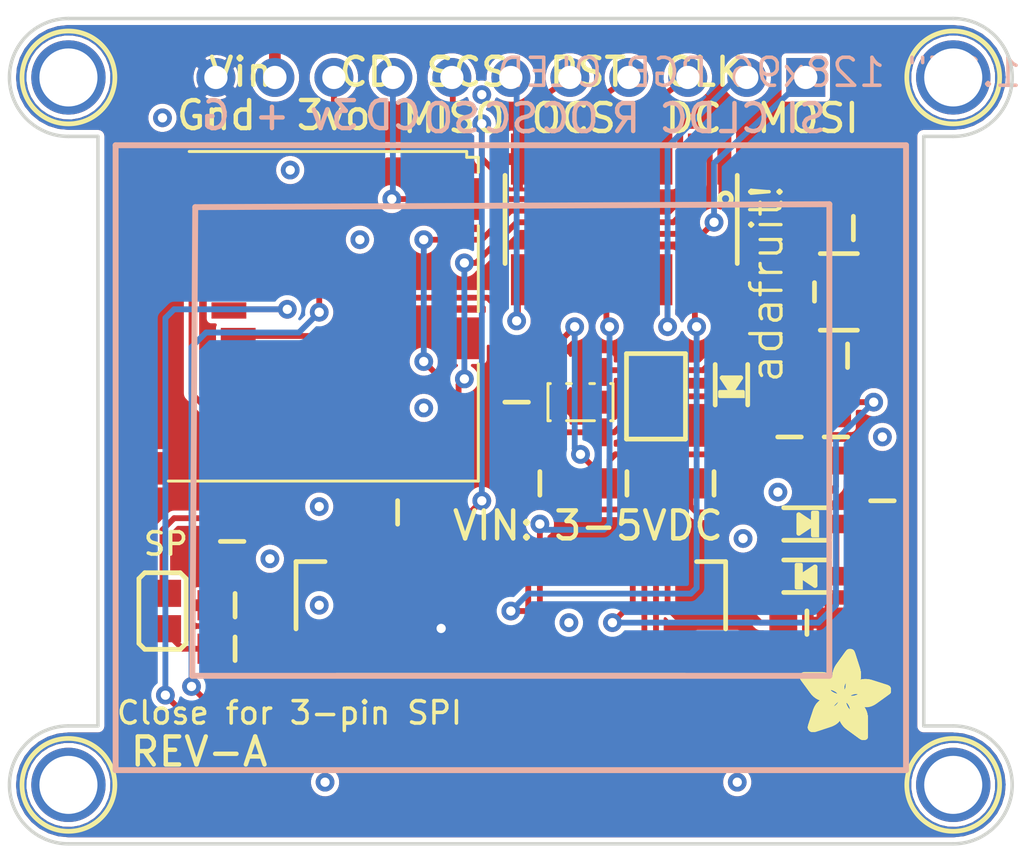
<source format=kicad_pcb>
(kicad_pcb (version 4) (host pcbnew "(2014-08-12 BZR 5064)-product")
  (layers (0 Top signal) (31 Bottom signal) (34 B.Paste user) (35 F.Paste user) (36 B.SilkS user) (37 F.SilkS user) (38 B.Mask user) (39 F.Mask user) (44 Edge.Cuts user))
  (net 0 "")
  (net 1 OLED_BS0)
  (net 2 GND)
  (net 3 IREF)
  (net 4 MOSI/DATA1)
  (net 5 SCK/DATA0)
  (net 6 OLED_CS)
  (net 7 OLED_DC)
  (net 8 OLED_RES)
  (net 9 VCOMH)
  (net 10 N$6)
  (net 11 N$7)
  (net 12 3.3V)
  (net 13 13V)
  (net 14 N$3)
  (net 15 N$5)
  (net 16 N$8)
  (net 17 VIN)
  (net 18 SD_CS)
  (net 19 SD_DOUT)
  (net 20 SD_CD)
  (net 21 N$12)
  (net 22 N$13)
  (net 23 DC)
  (net 24 RESET)
  (net 25 OCS)
  (net 26 SCS)
  (net 27 N$11)
  (module MOUNTINGHOLE_2.5_PLATED (layer Top) (at 167.5511 120.2436)
    (fp_text reference U$23 hide)
    (fp_text value MOUNTINGHOLE2.5 hide)
    (pad P$1 thru_hole circle (at 0 0) (size 3.2 3.2) (drill 2.5) (layers *.Cu *.Mask))
  )
  (module _0805MP (layer Top) (at 143.6261 108.5036)
    (fp_text reference R4 hide)
    (fp_text value 600K hide)
    (pad 1 smd rect (at -1.016 0) (size 1.2 1.3) (layers Top F.Paste F.Mask) (net 2 GND))
    (pad 2 smd rect (at 1.016 0) (size 1.2 1.3) (layers Top F.Paste F.Mask) (net 3 IREF))
  )
  (module _0805MP (layer Top) (at 161.2511 113.2536 180)
    (fp_text reference C1 hide)
    (fp_text value 10uF/16V hide)
    (pad 1 smd rect (at -1.016 0 180) (size 1.2 1.3) (layers Top F.Paste F.Mask) (net 2 GND))
    (pad 2 smd rect (at 1.016 0 180) (size 1.2 1.3) (layers Top F.Paste F.Mask) (net 13 13V))
  )
  (module _0805MP (layer Top) (at 160.5011 105.2536 90)
    (fp_text reference C3 hide)
    (fp_text value 1.0uF hide)
    (pad 1 smd rect (at -1.016 0 90) (size 1.2 1.3) (layers Top F.Paste F.Mask) (net 2 GND))
    (pad 2 smd rect (at 1.016 0 90) (size 1.2 1.3) (layers Top F.Paste F.Mask) (net 12 3.3V))
  )
  (module _0805MP (layer Top) (at 162.5011 105.2536 90)
    (fp_text reference R5 hide)
    (fp_text value 50 hide)
    (pad 1 smd rect (at -1.016 0 90) (size 1.2 1.3) (layers Top F.Paste F.Mask) (net 11 N$7))
    (pad 2 smd rect (at 1.016 0 90) (size 1.2 1.3) (layers Top F.Paste F.Mask) (net 10 N$6))
  )
  (module SOD-323 (layer Top) (at 161.2511 109.0036 180)
    (fp_text reference D1 hide)
    (fp_text value 1N4148 hide)
    (pad C smd rect (at -1.27 0 180) (size 1.35 0.8) (layers Top F.Paste F.Mask) (net 27 N$11))
    (pad A smd rect (at 1.27 0 180) (size 1.35 0.8) (layers Top F.Paste F.Mask) (net 11 N$7))
  )
  (module _0805MP (layer Top) (at 136.6261 112.5036 180)
    (fp_text reference C4 hide)
    (fp_text value 1.0uF hide)
    (pad 1 smd rect (at -1.016 0 180) (size 1.2 1.3) (layers Top F.Paste F.Mask) (net 14 N$3))
    (pad 2 smd rect (at 1.016 0 180) (size 1.2 1.3) (layers Top F.Paste F.Mask) (net 2 GND))
  )
  (module _0805MP (layer Top) (at 136.5011 109.7536 270)
    (fp_text reference C5 hide)
    (fp_text value 10uF hide)
    (pad 1 smd rect (at -1.016 0 270) (size 1.2 1.3) (layers Top F.Paste F.Mask) (net 12 3.3V))
    (pad 2 smd rect (at 1.016 0 270) (size 1.2 1.3) (layers Top F.Paste F.Mask) (net 2 GND))
  )
  (module SOT23-5 (layer Top) (at 162.6261 99.0036 90)
    (fp_text reference U2 hide)
    (fp_text value MIC5225-3.3v hide)
    (pad 1 smd rect (at -0.95 1.3001 90) (size 0.55 1.2) (layers Top F.Paste F.Mask) (net 17 VIN))
    (pad 2 smd rect (at 0 1.3001 90) (size 0.55 1.2) (layers Top F.Paste F.Mask) (net 2 GND))
    (pad 3 smd rect (at 0.95 1.3001 90) (size 0.55 1.2) (layers Top F.Paste F.Mask) (net 17 VIN))
    (pad 4 smd rect (at 0.95 -1.3001 90) (size 0.55 1.2) (layers Top F.Paste F.Mask))
    (pad 5 smd rect (at -0.95 -1.3001 90) (size 0.55 1.2) (layers Top F.Paste F.Mask) (net 12 3.3V))
  )
  (module _0805MP (layer Top) (at 163.2511 96.2536 180)
    (fp_text reference C6 hide)
    (fp_text value 10uF hide)
    (pad 1 smd rect (at -1.016 0 180) (size 1.2 1.3) (layers Top F.Paste F.Mask) (net 17 VIN))
    (pad 2 smd rect (at 1.016 0 180) (size 1.2 1.3) (layers Top F.Paste F.Mask) (net 2 GND))
  )
  (module SOT23-5@1 (layer Top) (at 151.5011 103.7536 180)
    (fp_text reference U3 hide)
    (fp_text value FAN5331SX hide)
    (pad 1 smd rect (at -0.95 1.3001 180) (size 0.55 1.2) (layers Top F.Paste F.Mask) (net 15 N$5))
    (pad 2 smd rect (at 0 1.3001 180) (size 0.55 1.2) (layers Top F.Paste F.Mask) (net 2 GND))
    (pad 3 smd rect (at 0.95 1.3001 180) (size 0.55 1.2) (layers Top F.Paste F.Mask) (net 16 N$8))
    (pad 4 smd rect (at 0.95 -1.3001 180) (size 0.55 1.2) (layers Top F.Paste F.Mask) (net 12 3.3V))
    (pad 5 smd rect (at -0.95 -1.3001 180) (size 0.55 1.2) (layers Top F.Paste F.Mask) (net 12 3.3V))
  )
  (module _0805MP (layer Top) (at 149.7511 107.2536 180)
    (fp_text reference C7 hide)
    (fp_text value 10uF hide)
    (pad 1 smd rect (at -1.016 0 180) (size 1.2 1.3) (layers Top F.Paste F.Mask) (net 12 3.3V))
    (pad 2 smd rect (at 1.016 0 180) (size 1.2 1.3) (layers Top F.Paste F.Mask) (net 2 GND))
  )
  (module INDUCTOR_1007 (layer Top) (at 154.7511 103.5036 90)
    (fp_text reference L1 hide)
    (fp_text value 10uH hide)
    (pad P$1 smd rect (at -1.127 0 90) (size 1.016 2.2) (layers Top F.Paste F.Mask) (net 12 3.3V))
    (pad P$2 smd rect (at 1.127 0 90) (size 1.016 2.2) (layers Top F.Paste F.Mask) (net 15 N$5))
  )
  (module SOD-123 (layer Top) (at 158.0011 103.0036 90)
    (fp_text reference D2 hide)
    (fp_text value BAT54T1G hide)
    (pad C smd rect (at -1.85 0 180) (size 1.4 1.4) (layers Top F.Paste F.Mask) (net 13 13V))
    (pad A smd rect (at 1.85 0 180) (size 1.4 1.4) (layers Top F.Paste F.Mask) (net 15 N$5))
  )
  (module _0805MP (layer Top) (at 153.5011 107.2536)
    (fp_text reference R6 hide)
    (fp_text value 100K hide)
    (pad 1 smd rect (at -1.016 0) (size 1.2 1.3) (layers Top F.Paste F.Mask) (net 16 N$8))
    (pad 2 smd rect (at 1.016 0) (size 1.2 1.3) (layers Top F.Paste F.Mask) (net 13 13V))
  )
  (module _0805MP (layer Top) (at 148.7511 103.7536 90)
    (fp_text reference R7 hide)
    (fp_text value 10K hide)
    (pad 1 smd rect (at -1.016 0 90) (size 1.2 1.3) (layers Top F.Paste F.Mask) (net 2 GND))
    (pad 2 smd rect (at 1.016 0 90) (size 1.2 1.3) (layers Top F.Paste F.Mask) (net 16 N$8))
  )
  (module _0805MP (layer Top) (at 157.2511 107.2536)
    (fp_text reference C8 hide)
    (fp_text value 0.1uF hide)
    (pad 1 smd rect (at -1.016 0) (size 1.2 1.3) (layers Top F.Paste F.Mask) (net 13 13V))
    (pad 2 smd rect (at 1.016 0) (size 1.2 1.3) (layers Top F.Paste F.Mask) (net 16 N$8))
  )
  (module MICROSD (layer Top) (at 147.0011 93.0036 270)
    (fp_text reference CN1 hide)
    (fp_text value microSD hide)
    (pad MT1 smd rect (at 0.4 13.54 270) (size 1.4 1.9) (layers Top F.Paste F.Mask) (net 2 GND))
    (pad MT2 smd rect (at 13.6 14.44 270) (size 1.4 1.9) (layers Top F.Paste F.Mask) (net 2 GND))
    (pad CD1 smd rect (at 2 0.44) (size 1.4 1.8) (layers Top F.Paste F.Mask) (net 20 SD_CD))
    (pad CD2 smd rect (at 8 0.44) (size 1.4 1.8) (layers Top F.Paste F.Mask))
    (pad 8 smd rect (at 1.3 10.64 270) (size 0.7 1.5) (layers Top F.Paste F.Mask))
    (pad 7 smd rect (at 2.4 10.64 270) (size 0.7 1.5) (layers Top F.Paste F.Mask) (net 19 SD_DOUT))
    (pad 6 smd rect (at 3.5 11.04 270) (size 0.7 1.5) (layers Top F.Paste F.Mask) (net 2 GND))
    (pad 5 smd rect (at 4.6 10.64 270) (size 0.7 1.5) (layers Top F.Paste F.Mask) (net 5 SCK/DATA0))
    (pad 4 smd rect (at 5.7 11.04 270) (size 0.7 1.5) (layers Top F.Paste F.Mask) (net 12 3.3V))
    (pad 3 smd rect (at 6.8 10.64 270) (size 0.7 1.5) (layers Top F.Paste F.Mask) (net 4 MOSI/DATA1))
    (pad 2 smd rect (at 7.9 10.24 270) (size 0.7 1.5) (layers Top F.Paste F.Mask) (net 18 SD_CS))
    (pad 1 smd rect (at 9 10.64 270) (size 0.7 1.5) (layers Top F.Paste F.Mask))
  )
  (module _0805MP (layer Top) (at 163.0011 101.7536)
    (fp_text reference C9 hide)
    (fp_text value 10uF hide)
    (pad 1 smd rect (at -1.016 0) (size 1.2 1.3) (layers Top F.Paste F.Mask) (net 12 3.3V))
    (pad 2 smd rect (at 1.016 0) (size 1.2 1.3) (layers Top F.Paste F.Mask) (net 2 GND))
  )
  (module SOLDERJUMPER_REFLOW_NOPASTE (layer Top) (at 133.5011 112.7536 90)
    (fp_text reference SJ1 hide)
    (fp_text value BS0 hide)
    (pad 1 smd rect (at -0.762 0 90) (size 1.1684 1.6002) (layers Top F.Paste F.Mask) (net 1 OLED_BS0))
    (pad 2 smd rect (at 0.762 0 90) (size 1.1684 1.6002) (layers Top F.Paste F.Mask) (net 12 3.3V))
  )
  (module _0805MP (layer Top) (at 136.6261 114.3786 180)
    (fp_text reference R8 hide)
    (fp_text value 10K hide)
    (pad 1 smd rect (at -1.016 0 180) (size 1.2 1.3) (layers Top F.Paste F.Mask) (net 2 GND))
    (pad 2 smd rect (at 1.016 0 180) (size 1.2 1.3) (layers Top F.Paste F.Mask) (net 1 OLED_BS0))
  )
  (module MOUNTINGHOLE_2.5_PLATED (layer Top) (at 129.4511 120.2436)
    (fp_text reference U$22 hide)
    (fp_text value MOUNTINGHOLE2.5 hide)
    (pad P$1 thru_hole circle (at 0 0) (size 3.2 3.2) (drill 2.5) (layers *.Cu *.Mask))
  )
  (module MOUNTINGHOLE_2.5_PLATED (layer Top) (at 167.5511 89.7636)
    (fp_text reference U$24 hide)
    (fp_text value MOUNTINGHOLE2.5 hide)
    (pad P$1 thru_hole circle (at 0 0) (size 3.2 3.2) (drill 2.5) (layers *.Cu *.Mask))
  )
  (module MOUNTINGHOLE_2.5_PLATED (layer Top) (at 129.4511 89.7636)
    (fp_text reference U$25 hide)
    (fp_text value MOUNTINGHOLE2.5 hide)
    (pad P$1 thru_hole circle (at 0 0) (size 3.2 3.2) (drill 2.5) (layers *.Cu *.Mask))
  )
  (module FIDUCIAL_1MM (layer Top) (at 148.7511 120.0036)
    (fp_text reference U$26 hide)
    (fp_text value FIDUCIAL hide)
    (pad 1 smd circle (at 0 0) (size 1 1) (layers Top F.Paste F.Mask))
  )
  (module FIDUCIAL_1MM (layer Top) (at 161.7511 93.5036)
    (fp_text reference U$27 hide)
    (fp_text value FIDUCIAL hide)
    (pad 1 smd circle (at 0 0) (size 1 1) (layers Top F.Paste F.Mask))
  )
  (module FPC_XF2M-3015-1A (layer Top) (at 148.5011 113.2536 180)
    (fp_text reference U1 hide)
    (fp_text value UG-2828GDEDF11 hide)
    (pad SUPP smd rect (at 8.9 -1.27) (size 1.7 1.5) (layers Top F.Paste F.Mask))
    (pad SUPP smd rect (at -8.9 -1.27) (size 1.7 1.5) (layers Top F.Paste F.Mask))
    (pad P$3 smd rect (at 6.25 2.63) (size 0.25 1.1) (layers Top F.Paste F.Mask) (net 2 GND))
    (pad P$1 smd rect (at 7.25 2.63) (size 0.25 1.1) (layers Top F.Paste F.Mask) (net 2 GND))
    (pad P$2 smd rect (at 6.75 2.63) (size 0.25 1.1) (layers Top F.Paste F.Mask))
    (pad P$4 smd rect (at 5.75 2.63) (size 0.25 1.1) (layers Top F.Paste F.Mask) (net 12 3.3V))
    (pad P$5 smd rect (at 5.25 2.63) (size 0.25 1.1) (layers Top F.Paste F.Mask) (net 14 N$3))
    (pad P$6 smd rect (at 4.75 2.63) (size 0.25 1.1) (layers Top F.Paste F.Mask))
    (pad P$7 smd rect (at 4.25 2.63) (size 0.25 1.1) (layers Top F.Paste F.Mask))
    (pad P$8 smd rect (at 3.75 2.63) (size 0.25 1.1) (layers Top F.Paste F.Mask))
    (pad P$9 smd rect (at 3.25 2.63) (size 0.25 1.1) (layers Top F.Paste F.Mask) (net 3 IREF))
    (pad P$10 smd rect (at 2.75 2.63) (size 0.25 1.1) (layers Top F.Paste F.Mask) (net 8 OLED_RES))
    (pad P$11 smd rect (at 2.25 2.63) (size 0.25 1.1) (layers Top F.Paste F.Mask) (net 7 OLED_DC))
    (pad P$12 smd rect (at 1.75 2.63) (size 0.25 1.1) (layers Top F.Paste F.Mask) (net 6 OLED_CS))
    (pad P$13 smd rect (at 1.25 2.63) (size 0.25 1.1) (layers Top F.Paste F.Mask) (net 2 GND))
    (pad P$14 smd rect (at 0.75 2.63) (size 0.25 1.1) (layers Top F.Paste F.Mask) (net 1 OLED_BS0))
    (pad P$15 smd rect (at 0.25 2.63) (size 0.25 1.1) (layers Top F.Paste F.Mask))
    (pad P$16 smd rect (at -0.25 2.63) (size 0.25 1.1) (layers Top F.Paste F.Mask))
    (pad P$17 smd rect (at -0.75 2.63) (size 0.25 1.1) (layers Top F.Paste F.Mask) (net 5 SCK/DATA0))
    (pad P$18 smd rect (at -1.25 2.63) (size 0.25 1.1) (layers Top F.Paste F.Mask) (net 4 MOSI/DATA1))
    (pad P$19 smd rect (at -1.75 2.63) (size 0.25 1.1) (layers Top F.Paste F.Mask))
    (pad P$20 smd rect (at -2.25 2.63) (size 0.25 1.1) (layers Top F.Paste F.Mask))
    (pad P$21 smd rect (at -2.75 2.63) (size 0.25 1.1) (layers Top F.Paste F.Mask))
    (pad P$22 smd rect (at -3.25 2.63) (size 0.25 1.1) (layers Top F.Paste F.Mask))
    (pad P$23 smd rect (at -3.75 2.63) (size 0.25 1.1) (layers Top F.Paste F.Mask))
    (pad P$24 smd rect (at -4.25 2.63) (size 0.25 1.1) (layers Top F.Paste F.Mask))
    (pad P$25 smd rect (at -4.75 2.63) (size 0.25 1.1) (layers Top F.Paste F.Mask))
    (pad P$26 smd rect (at -5.25 2.63) (size 0.25 1.1) (layers Top F.Paste F.Mask) (net 10 N$6))
    (pad P$27 smd rect (at -5.75 2.63) (size 0.25 1.1) (layers Top F.Paste F.Mask) (net 12 3.3V))
    (pad P$28 smd rect (at -6.25 2.63) (size 0.25 1.1) (layers Top F.Paste F.Mask) (net 9 VCOMH))
    (pad P$29 smd rect (at -6.75 2.63) (size 0.25 1.1) (layers Top F.Paste F.Mask) (net 13 13V))
    (pad P$30 smd rect (at -7.25 2.63) (size 0.25 1.1) (layers Top F.Paste F.Mask) (net 2 GND))
  )
  (module SOIC16 (layer Top) (at 153.2511 95.8806 180)
    (fp_text reference U4 hide)
    (fp_text value 74HC4050D hide)
    (pad 2 smd rect (at -3.175 2.6 180) (size 0.6 2.2) (layers Top F.Paste F.Mask) (net 7 OLED_DC))
    (pad 13 smd rect (at -0.635 -2.6 180) (size 0.6 2.2) (layers Top F.Paste F.Mask))
    (pad 1 smd rect (at -4.445 2.6 180) (size 0.6 2.2) (layers Top F.Paste F.Mask) (net 12 3.3V))
    (pad 3 smd rect (at -1.905 2.6 180) (size 0.6 2.2) (layers Top F.Paste F.Mask) (net 23 DC))
    (pad 4 smd rect (at -0.635 2.6 180) (size 0.6 2.2) (layers Top F.Paste F.Mask) (net 8 OLED_RES))
    (pad 14 smd rect (at -1.905 -2.6 180) (size 0.6 2.2) (layers Top F.Paste F.Mask) (net 22 N$13))
    (pad 12 smd rect (at 0.635 -2.6 180) (size 0.6 2.2) (layers Top F.Paste F.Mask) (net 4 MOSI/DATA1))
    (pad 11 smd rect (at 1.905 -2.6 180) (size 0.6 2.2) (layers Top F.Paste F.Mask) (net 21 N$12))
    (pad 6 smd rect (at 1.905 2.6 180) (size 0.6 2.2) (layers Top F.Paste F.Mask) (net 6 OLED_CS))
    (pad 9 smd rect (at 4.445 -2.6 180) (size 0.6 2.2) (layers Top F.Paste F.Mask) (net 26 SCS))
    (pad 5 smd rect (at 0.635 2.6 180) (size 0.6 2.2) (layers Top F.Paste F.Mask) (net 24 RESET))
    (pad 7 smd rect (at 3.175 2.6 180) (size 0.6 2.2) (layers Top F.Paste F.Mask) (net 25 OCS))
    (pad 10 smd rect (at 3.175 -2.6 180) (size 0.6 2.2) (layers Top F.Paste F.Mask) (net 18 SD_CS))
    (pad 8 smd rect (at 4.445 2.6 180) (size 0.6 2.2) (layers Top F.Paste F.Mask) (net 2 GND))
    (pad 15 smd rect (at -3.175 -2.6 180) (size 0.6 2.2) (layers Top F.Paste F.Mask) (net 5 SCK/DATA0))
    (pad 16 smd rect (at -4.445 -2.6 180) (size 0.6 2.2) (layers Top F.Paste F.Mask))
  )
  (module _0805MP (layer Top) (at 164.5011 108.0036 90)
    (fp_text reference C2 hide)
    (fp_text value 10uF/16V hide)
    (pad 1 smd rect (at -1.016 0 90) (size 1.2 1.3) (layers Top F.Paste F.Mask) (net 9 VCOMH))
    (pad 2 smd rect (at 1.016 0 90) (size 1.2 1.3) (layers Top F.Paste F.Mask) (net 2 GND))
  )
  (module SOD-323 (layer Top) (at 161.2511 111.2536)
    (fp_text reference D3 hide)
    (fp_text value 1N4148 hide)
    (pad C smd rect (at -1.27 0) (size 1.35 0.8) (layers Top F.Paste F.Mask) (net 2 GND))
    (pad A smd rect (at 1.27 0) (size 1.35 0.8) (layers Top F.Paste F.Mask) (net 27 N$11))
  )
  (module ADAFRUIT_3.5MM (layer Top) (at 161.0011 118.2536)
    (fp_text reference U$28 hide)
    (fp_text value "" hide)
  )
  (module FIDUCIAL_1MM (layer Top) (at 133.2511 89.2536)
    (fp_text reference U$29 hide)
    (fp_text value FIDUCIAL hide)
    (pad 1 smd circle (at 0 0) (size 1 1) (layers Top F.Paste F.Mask))
  )
  (module 1X11_ROUND (layer Top) (at 148.5011 89.7636 180)
    (fp_text reference JP1 hide)
    (fp_text value "" hide)
    (pad 1 thru_hole rect (at -12.7 0 270) (size 1.6764 1.6764) (drill 1) (layers *.Cu *.Mask) (net 21 N$12))
    (pad 2 thru_hole circle (at -10.16 0 270) (size 1.6764 1.6764) (drill 1) (layers *.Cu *.Mask) (net 22 N$13))
    (pad 3 thru_hole circle (at -7.62 0 270) (size 1.6764 1.6764) (drill 1) (layers *.Cu *.Mask) (net 23 DC))
    (pad 4 thru_hole circle (at -5.08 0 270) (size 1.6764 1.6764) (drill 1) (layers *.Cu *.Mask) (net 24 RESET))
    (pad 5 thru_hole circle (at -2.54 0 270) (size 1.6764 1.6764) (drill 1) (layers *.Cu *.Mask) (net 25 OCS))
    (pad 6 thru_hole circle (at 0 0 270) (size 1.6764 1.6764) (drill 1) (layers *.Cu *.Mask) (net 26 SCS))
    (pad 7 thru_hole circle (at 2.54 0 270) (size 1.6764 1.6764) (drill 1) (layers *.Cu *.Mask) (net 19 SD_DOUT))
    (pad 8 thru_hole circle (at 5.08 0 270) (size 1.6764 1.6764) (drill 1) (layers *.Cu *.Mask) (net 20 SD_CD))
    (pad 9 thru_hole circle (at 7.62 0 270) (size 1.6764 1.6764) (drill 1) (layers *.Cu *.Mask) (net 12 3.3V))
    (pad 10 thru_hole circle (at 10.16 0 270) (size 1.6764 1.6764) (drill 1) (layers *.Cu *.Mask) (net 17 VIN))
    (pad 11 thru_hole circle (at 12.7 0 270) (size 1.6764 1.6764) (drill 1) (layers *.Cu *.Mask) (net 2 GND))
  )
  (gr_line (start 130.7211 117.7036) (end 129.4511 117.7036) (layer Edge.Cuts) (width 0.15))
  (gr_arc (start 129.4511 120.2436) (end 129.4511 122.7836) (angle 180) (layer Edge.Cuts) (width 0.15))
  (gr_line (start 129.4511 122.7836) (end 167.5511 122.7836) (layer Edge.Cuts) (width 0.15))
  (gr_arc (start 167.551 120.2436) (end 167.5511 117.7036) (angle 180) (layer Edge.Cuts) (width 0.15))
  (gr_line (start 167.5511 117.7036) (end 166.2811 117.7036) (layer Edge.Cuts) (width 0.15))
  (gr_line (start 166.2811 117.7036) (end 166.2811 92.3036) (layer Edge.Cuts) (width 0.15))
  (gr_line (start 166.2811 92.3036) (end 167.5511 92.3036) (layer Edge.Cuts) (width 0.15))
  (gr_arc (start 167.5511 89.7636) (end 167.551 92.3036) (angle -180) (layer Edge.Cuts) (width 0.15))
  (gr_line (start 167.5511 87.2236) (end 129.4511 87.2236) (layer Edge.Cuts) (width 0.15))
  (gr_arc (start 129.4511 89.7636) (end 129.4511 87.2236) (angle -180) (layer Edge.Cuts) (width 0.15))
  (gr_line (start 129.4511 92.3036) (end 130.7211 92.3036) (layer Edge.Cuts) (width 0.15))
  (gr_line (start 130.7211 92.3036) (end 130.7211 117.7036) (layer Edge.Cuts) (width 0.15))
  (gr_text SPI (at 132.6031 110.4256) (layer F.SilkS) (effects (font (size 0.9652 0.9652) (thickness 0.1524)) (justify left bottom)))
  (gr_text adafruit! (at 160.3081 103.0176 90) (layer F.SilkS) (effects (font (size 1.35128 1.35128) (thickness 0.14224)) (justify left bottom)))
  (gr_text REV-A (at 132.0241 119.5206) (layer F.SilkS) (effects (font (size 1.2065 1.2065) (thickness 0.1905)) (justify left bottom)))
  (gr_text "Close for 3-pin SPI" (at 131.4411 117.7056) (layer F.SilkS) (effects (font (size 0.9652 0.9652) (thickness 0.1524)) (justify left bottom)))
  (gr_text "VIN: 3-5VDC" (at 145.8901 109.7806) (layer F.SilkS) (effects (font (size 1.2065 1.2065) (thickness 0.1905)) (justify left bottom)))
  (gr_text G (at 135.8011 90.6916) (layer B.SilkS) (effects (font (size 1.2065 1.2065) (thickness 0.1905)) (justify top mirror)))
  (gr_text + (at 138.2141 90.6916) (layer B.SilkS) (effects (font (size 1.2065 1.2065) (thickness 0.1905)) (justify top mirror)))
  (gr_text 3v (at 140.8811 90.6916) (layer B.SilkS) (effects (font (size 1.2065 1.2065) (thickness 0.1905)) (justify top mirror)))
  (gr_text CD (at 143.4211 90.6916) (layer B.SilkS) (effects (font (size 1.2065 1.2065) (thickness 0.1905)) (justify top mirror)))
  (gr_text SO (at 145.9611 90.8186) (layer B.SilkS) (effects (font (size 1.2065 1.2065) (thickness 0.1905)) (justify top mirror)))
  (gr_text SC (at 148.5011 90.8186) (layer B.SilkS) (effects (font (size 1.2065 1.2065) (thickness 0.1905)) (justify top mirror)))
  (gr_text OC (at 151.0411 90.8186) (layer B.SilkS) (effects (font (size 1.2065 1.2065) (thickness 0.1905)) (justify top mirror)))
  (gr_text R (at 153.4541 90.8186) (layer B.SilkS) (effects (font (size 1.2065 1.2065) (thickness 0.1905)) (justify top mirror)))
  (gr_text DC (at 156.1211 90.8186) (layer B.SilkS) (effects (font (size 1.2065 1.2065) (thickness 0.1905)) (justify top mirror)))
  (gr_text CL (at 158.5341 90.8186) (layer B.SilkS) (effects (font (size 1.2065 1.2065) (thickness 0.1905)) (justify top mirror)))
  (gr_text SI (at 161.2011 90.8186) (layer B.SilkS) (effects (font (size 1.2065 1.2065) (thickness 0.1905)) (justify top mirror)))
  (gr_text "1.27\" 128x96 RGB OLED" (at 147.8061 88.8436) (layer B.SilkS) (effects (font (size 1.2065 1.2065) (thickness 0.1524)) (justify right top mirror)))
  (gr_line (start 131.4831 92.6846) (end 131.4831 119.6086) (layer B.SilkS) (width 0.254))
  (gr_line (start 131.4831 119.6086) (end 165.5191 119.6086) (layer B.SilkS) (width 0.254))
  (gr_line (start 165.5191 119.6086) (end 165.5191 92.6846) (layer B.SilkS) (width 0.254))
  (gr_line (start 165.5191 92.6846) (end 131.4831 92.6846) (layer B.SilkS) (width 0.254))
  (gr_line (start 134.9121 95.3516) (end 162.2171 95.2246) (layer B.SilkS) (width 0.254))
  (gr_line (start 162.2171 95.2246) (end 162.2171 115.5446) (layer B.SilkS) (width 0.254))
  (gr_line (start 162.2171 115.5446) (end 134.7851 115.5446) (layer B.SilkS) (width 0.254))
  (gr_line (start 134.7851 115.5446) (end 134.9121 95.3516) (layer B.SilkS) (width 0.254))
  (gr_text Gnd (at 135.8241 90.6916) (layer F.SilkS) (effects (font (size 1.2065 1.2065) (thickness 0.1905)) (justify top)))
  (gr_text Vin (at 138.3411 88.8236) (layer F.SilkS) (effects (font (size 1.2065 1.2065) (thickness 0.1905)) (justify right top)))
  (gr_text 3vo (at 140.8711 90.6876) (layer F.SilkS) (effects (font (size 1.2065 1.2065) (thickness 0.1905)) (justify top)))
  (gr_text CD (at 143.6711 88.8236) (layer F.SilkS) (effects (font (size 1.2065 1.2065) (thickness 0.1905)) (justify right top)))
  (gr_text MISO (at 146.0411 90.8146) (layer F.SilkS) (effects (font (size 1.2065 1.2065) (thickness 0.1905)) (justify top)))
  (gr_text SCS (at 148.5011 88.8236) (layer F.SilkS) (effects (font (size 1.2065 1.2065) (thickness 0.1905)) (justify right top)))
  (gr_text OCS (at 151.2111 90.8146) (layer F.SilkS) (effects (font (size 1.2065 1.2065) (thickness 0.1905)) (justify top)))
  (gr_text RST (at 153.5811 88.8236) (layer F.SilkS) (effects (font (size 1.2065 1.2065) (thickness 0.1905)) (justify right top)))
  (gr_text DC (at 156.3811 90.8146) (layer F.SilkS) (effects (font (size 1.2065 1.2065) (thickness 0.1905)) (justify top)))
  (gr_text CLK (at 158.6611 88.8236) (layer F.SilkS) (effects (font (size 1.2065 1.2065) (thickness 0.1905)) (justify right top)))
  (gr_text MOSI (at 161.2911 90.8146) (layer F.SilkS) (effects (font (size 1.2065 1.2065) (thickness 0.1905)) (justify top)))
  (via (at 140.2511 112.5036) (size 0.8064) (drill 0.4) (layers Top Bottom) (net 0))
  (via (at 138.1261 110.5036) (size 0.8064) (drill 0.4) (layers Top Bottom) (net 0))
  (via (at 164.5011 105.2536) (size 0.8064) (drill 0.4) (layers Top Bottom) (net 0))
  (via (at 160.0011 107.6286) (size 0.8064) (drill 0.4) (layers Top Bottom) (net 0))
  (via (at 151.0011 113.2536) (size 0.8064) (drill 0.4) (layers Top Bottom) (net 0))
  (via (at 140.5011 120.1286) (size 0.8064) (drill 0.4) (layers Top Bottom) (net 0))
  (via (at 158.2511 120.1286) (size 0.8064) (drill 0.4) (layers Top Bottom) (net 0))
  (via (at 139.0011 93.7536) (size 0.8064) (drill 0.4) (layers Top Bottom) (net 0))
  (via (at 140.2511 108.2536) (size 0.8064) (drill 0.4) (layers Top Bottom) (net 0))
  (via (at 144.7511 104.0036) (size 0.8064) (drill 0.4) (layers Top Bottom) (net 0))
  (via (at 142.0011 96.7536) (size 0.8064) (drill 0.4) (layers Top Bottom) (net 0))
  (via (at 133.5011 91.5036) (size 0.8064) (drill 0.4) (layers Top Bottom) (net 0))
  (via (at 147.2511 90.5036) (size 0.8064) (drill 0.4) (layers Top Bottom) (net 0))
  (via (at 158.5011 109.6286) (size 0.8064) (drill 0.4) (layers Top Bottom) (net 0))
  (segment (start 135.6101 114.3786) (end 135.6101 115.6126) (width 0.25) (layer Top) (net 1))
  (segment (start 135.6101 115.6126) (end 136.0011 116.0036) (width 0.25) (layer Top) (net 1))
  (segment (start 136.0011 116.0036) (end 144.1261 116.0036) (width 0.25) (layer Top) (net 1))
  (segment (start 135.6101 114.3786) (end 134.3641 114.3786) (width 0.25) (layer Top) (net 1))
  (segment (start 134.3641 114.3786) (end 133.5011 113.5156) (width 0.25) (layer Top) (net 1))
  (segment (start 147.7511 110.6236) (end 147.7511 115.3786) (width 0.25) (layer Top) (net 1))
  (segment (start 147.7511 115.3786) (end 147.1261 116.0036) (width 0.25) (layer Top) (net 1))
  (segment (start 147.1261 116.0036) (end 144.1261 116.0036) (width 0.25) (layer Top) (net 1))
  (segment (start 136.5011 110.7696) (end 136.5011 111.6126) (width 0.25) (layer Top) (net 2))
  (segment (start 136.5011 111.6126) (end 135.6101 112.5036) (width 0.25) (layer Top) (net 2))
  (segment (start 137.6421 114.3786) (end 137.6261 114.3786) (width 0.25) (layer Top) (net 2))
  (segment (start 137.6261 114.3786) (end 136.6261 113.3786) (width 0.25) (layer Top) (net 2))
  (segment (start 136.6261 113.3786) (end 136.6261 112.7536) (width 0.25) (layer Top) (net 2))
  (segment (start 136.6261 112.7536) (end 136.3761 112.5036) (width 0.25) (layer Top) (net 2))
  (segment (start 136.3761 112.5036) (end 135.6101 112.5036) (width 0.25) (layer Top) (net 2))
  (via (at 145.5011 113.5036) (size 0.8064) (drill 0.4) (layers Top Bottom) (net 2))
  (segment (start 147.2511 110.6236) (end 147.2511 111.7536) (width 0.25) (layer Top) (net 2))
  (segment (start 147.2511 111.7536) (end 145.5011 113.5036) (width 0.25) (layer Top) (net 2))
  (segment (start 142.2511 110.6236) (end 142.2511 109.7536) (width 0.25) (layer Top) (net 2))
  (segment (start 142.2511 109.7536) (end 142.1261 109.6286) (width 0.25) (layer Top) (net 2))
  (segment (start 142.1261 109.6286) (end 141.3761 109.6286) (width 0.25) (layer Top) (net 2))
  (segment (start 141.3761 109.6286) (end 141.2511 109.7536) (width 0.25) (layer Top) (net 2))
  (segment (start 141.2511 109.7536) (end 141.2511 110.6236) (width 0.25) (layer Top) (net 2))
  (segment (start 147.2511 110.6236) (end 147.2511 109.2536) (width 0.25) (layer Top) (net 2))
  (segment (start 147.2511 109.2536) (end 147.5011 109.0036) (width 0.25) (layer Top) (net 2))
  (segment (start 147.5011 109.0036) (end 148.5011 109.0036) (width 0.25) (layer Top) (net 2))
  (segment (start 148.5011 109.0036) (end 148.7511 108.7536) (width 0.25) (layer Top) (net 2))
  (segment (start 148.7511 108.7536) (end 148.7511 107.2696) (width 0.25) (layer Top) (net 2))
  (segment (start 148.7511 107.2696) (end 148.7351 107.2536) (width 0.25) (layer Top) (net 2))
  (segment (start 145.2511 110.6236) (end 145.2511 109.1126) (width 0.25) (layer Top) (net 3))
  (segment (start 145.2511 109.1126) (end 144.6421 108.5036) (width 0.25) (layer Top) (net 3))
  (segment (start 149.7511 110.6236) (end 149.7511 116.0036) (width 0.25) (layer Top) (net 4))
  (segment (start 149.7511 116.0036) (end 148.7511 117.0036) (width 0.25) (layer Top) (net 4))
  (segment (start 148.7511 117.0036) (end 134.2511 117.0036) (width 0.25) (layer Top) (net 4))
  (segment (start 134.2511 117.0036) (end 133.6261 116.3786) (width 0.25) (layer Top) (net 4))
  (via (at 133.6261 116.3786) (size 0.8064) (drill 0.4) (layers Top Bottom) (net 4))
  (segment (start 133.6261 116.3786) (end 133.6261 100.1286) (width 0.25) (layer Bottom) (net 4))
  (segment (start 133.6261 100.1286) (end 134.0011 99.7536) (width 0.25) (layer Bottom) (net 4))
  (segment (start 134.0011 99.7536) (end 138.8761 99.7536) (width 0.25) (layer Bottom) (net 4))
  (via (at 138.8761 99.7536) (size 0.8064) (drill 0.4) (layers Top Bottom) (net 4))
  (segment (start 138.8761 99.7536) (end 136.4111 99.7536) (width 0.25) (layer Top) (net 4))
  (segment (start 136.4111 99.7536) (end 136.3611 99.8036) (width 0.25) (layer Top) (net 4))
  (segment (start 152.6161 98.4806) (end 152.6161 100.3686) (width 0.25) (layer Top) (net 4))
  (segment (start 152.6161 100.3686) (end 152.7511 100.5036) (width 0.25) (layer Top) (net 4))
  (via (at 152.7511 100.5036) (size 0.8064) (drill 0.4) (layers Top Bottom) (net 4))
  (segment (start 152.7511 100.5036) (end 152.7511 109.0036) (width 0.25) (layer Bottom) (net 4))
  (segment (start 152.7511 109.0036) (end 152.5011 109.2536) (width 0.25) (layer Bottom) (net 4))
  (segment (start 152.5011 109.2536) (end 150.0011 109.2536) (width 0.25) (layer Bottom) (net 4))
  (segment (start 150.0011 109.2536) (end 149.7511 109.0036) (width 0.25) (layer Bottom) (net 4))
  (via (at 149.7511 109.0036) (size 0.8064) (drill 0.4) (layers Top Bottom) (net 4))
  (segment (start 149.7511 109.0036) (end 149.7511 110.6236) (width 0.25) (layer Top) (net 4))
  (segment (start 149.2511 110.6236) (end 149.2511 112.7536) (width 0.25) (layer Top) (net 5))
  (segment (start 149.2511 112.7536) (end 149.2511 115.5036) (width 0.25) (layer Top) (net 5))
  (segment (start 149.2511 115.5036) (end 148.2511 116.5036) (width 0.25) (layer Top) (net 5))
  (segment (start 148.2511 116.5036) (end 135.2511 116.5036) (width 0.25) (layer Top) (net 5))
  (segment (start 135.2511 116.5036) (end 134.7511 116.0036) (width 0.25) (layer Top) (net 5))
  (via (at 134.7511 116.0036) (size 0.8064) (drill 0.4) (layers Top Bottom) (net 5))
  (segment (start 134.7511 116.0036) (end 134.7511 101.3786) (width 0.25) (layer Bottom) (net 5))
  (segment (start 134.7511 101.3786) (end 135.3761 100.7536) (width 0.25) (layer Bottom) (net 5))
  (segment (start 135.3761 100.7536) (end 139.3761 100.7536) (width 0.25) (layer Bottom) (net 5))
  (segment (start 139.3761 100.7536) (end 140.2511 99.8786) (width 0.25) (layer Bottom) (net 5))
  (via (at 140.2511 99.8786) (size 0.8064) (drill 0.4) (layers Top Bottom) (net 5))
  (segment (start 140.2511 99.8786) (end 140.2511 98.2536) (width 0.25) (layer Top) (net 5))
  (segment (start 140.2511 98.2536) (end 139.6261 97.6286) (width 0.25) (layer Top) (net 5))
  (segment (start 139.6261 97.6286) (end 136.3861 97.6286) (width 0.25) (layer Top) (net 5))
  (segment (start 136.3861 97.6286) (end 136.3611 97.6036) (width 0.25) (layer Top) (net 5))
  (segment (start 156.4261 98.4806) (end 156.4261 100.4286) (width 0.25) (layer Top) (net 5))
  (segment (start 156.4261 100.4286) (end 156.5011 100.5036) (width 0.25) (layer Top) (net 5))
  (via (at 156.5011 100.5036) (size 0.8064) (drill 0.4) (layers Top Bottom) (net 5))
  (segment (start 156.5011 100.5036) (end 156.5011 111.7536) (width 0.25) (layer Bottom) (net 5))
  (segment (start 156.5011 111.7536) (end 156.2511 112.0036) (width 0.25) (layer Bottom) (net 5))
  (segment (start 156.2511 112.0036) (end 149.2511 112.0036) (width 0.25) (layer Bottom) (net 5))
  (segment (start 149.2511 112.0036) (end 148.5011 112.7536) (width 0.25) (layer Bottom) (net 5))
  (via (at 148.5011 112.7536) (size 0.8064) (drill 0.4) (layers Top Bottom) (net 5))
  (segment (start 148.5011 112.7536) (end 149.2511 112.7536) (width 0.25) (layer Top) (net 5))
  (segment (start 146.7511 110.6236) (end 146.7511 108.5036) (width 0.25) (layer Top) (net 6))
  (segment (start 146.7511 108.5036) (end 147.2511 108.0036) (width 0.25) (layer Top) (net 6))
  (via (at 147.2511 108.0036) (size 0.8064) (drill 0.4) (layers Top Bottom) (net 6))
  (segment (start 147.2511 108.0036) (end 147.2511 91.7536) (width 0.25) (layer Bottom) (net 6))
  (via (at 147.2511 91.7536) (size 0.8064) (drill 0.4) (layers Top Bottom) (net 6))
  (segment (start 147.2511 91.7536) (end 147.2511 93.2536) (width 0.25) (layer Top) (net 6))
  (segment (start 147.2511 93.2536) (end 147.7511 93.7536) (width 0.25) (layer Top) (net 6))
  (segment (start 147.7511 93.7536) (end 147.7511 94.5036) (width 0.25) (layer Top) (net 6))
  (segment (start 147.7511 94.5036) (end 148.2511 95.0036) (width 0.25) (layer Top) (net 6))
  (segment (start 148.2511 95.0036) (end 151.0011 95.0036) (width 0.25) (layer Top) (net 6))
  (segment (start 151.0011 95.0036) (end 151.3461 94.6586) (width 0.25) (layer Top) (net 6))
  (segment (start 151.3461 93.2806) (end 151.3461 94.6586) (width 0.25) (layer Top) (net 6))
  (segment (start 146.2511 110.6236) (end 146.2511 103.0036) (width 0.25) (layer Top) (net 7))
  (segment (start 146.2511 103.0036) (end 146.5011 102.7536) (width 0.25) (layer Top) (net 7))
  (via (at 146.5011 102.7536) (size 0.8064) (drill 0.4) (layers Top Bottom) (net 7))
  (segment (start 146.5011 102.7536) (end 146.5011 97.7536) (width 0.25) (layer Bottom) (net 7))
  (via (at 146.5011 97.7536) (size 0.8064) (drill 0.4) (layers Top Bottom) (net 7))
  (segment (start 146.5011 97.7536) (end 147.0011 97.7536) (width 0.25) (layer Top) (net 7))
  (segment (start 147.0011 97.7536) (end 148.7511 96.0036) (width 0.25) (layer Top) (net 7))
  (segment (start 148.7511 96.0036) (end 155.5011 96.0036) (width 0.25) (layer Top) (net 7))
  (segment (start 155.5011 96.0036) (end 156.4261 95.0786) (width 0.25) (layer Top) (net 7))
  (segment (start 156.4261 93.2806) (end 156.4261 95.0786) (width 0.25) (layer Top) (net 7))
  (segment (start 145.7511 110.6236) (end 145.7511 103.0036) (width 0.25) (layer Top) (net 8))
  (segment (start 145.7511 103.0036) (end 144.7511 102.0036) (width 0.25) (layer Top) (net 8))
  (via (at 144.7511 102.0036) (size 0.8064) (drill 0.4) (layers Top Bottom) (net 8))
  (segment (start 144.7511 102.0036) (end 144.7511 96.7536) (width 0.25) (layer Bottom) (net 8))
  (via (at 144.7511 96.7536) (size 0.8064) (drill 0.4) (layers Top Bottom) (net 8))
  (segment (start 144.7511 96.7536) (end 147.2511 96.7536) (width 0.25) (layer Top) (net 8))
  (segment (start 147.2511 96.7536) (end 148.5011 95.5036) (width 0.25) (layer Top) (net 8))
  (segment (start 148.5011 95.5036) (end 153.5011 95.5036) (width 0.25) (layer Top) (net 8))
  (segment (start 153.5011 95.5036) (end 153.8861 95.1186) (width 0.25) (layer Top) (net 8))
  (segment (start 153.8861 93.2806) (end 153.8861 95.1186) (width 0.25) (layer Top) (net 8))
  (segment (start 154.7511 110.6236) (end 154.7511 115.3786) (width 0.25) (layer Top) (net 9))
  (segment (start 154.7511 115.3786) (end 155.3761 116.0036) (width 0.25) (layer Top) (net 9))
  (segment (start 155.3761 116.0036) (end 163.6261 116.0036) (width 0.25) (layer Top) (net 9))
  (segment (start 163.6261 116.0036) (end 164.5011 115.1286) (width 0.25) (layer Top) (net 9))
  (segment (start 164.5011 115.1286) (end 164.5011 109.0196) (width 0.25) (layer Top) (net 9))
  (segment (start 153.7511 110.6236) (end 153.7511 112.3786) (width 0.25) (layer Top) (net 10))
  (segment (start 153.7511 112.3786) (end 152.8761 113.2536) (width 0.25) (layer Top) (net 10))
  (via (at 152.8761 113.2536) (size 0.8064) (drill 0.4) (layers Top Bottom) (net 10))
  (segment (start 152.8761 113.2536) (end 161.7511 113.2536) (width 0.25) (layer Bottom) (net 10))
  (segment (start 161.7511 113.2536) (end 162.5011 112.5036) (width 0.25) (layer Bottom) (net 10))
  (segment (start 162.5011 112.5036) (end 162.5011 105.3786) (width 0.25) (layer Bottom) (net 10))
  (segment (start 162.5011 105.3786) (end 164.1261 103.7536) (width 0.25) (layer Bottom) (net 10))
  (via (at 164.1261 103.7536) (size 0.8064) (drill 0.4) (layers Top Bottom) (net 10))
  (segment (start 164.1261 103.7536) (end 162.9851 103.7536) (width 0.25) (layer Top) (net 10))
  (segment (start 162.9851 103.7536) (end 162.5011 104.2376) (width 0.25) (layer Top) (net 10))
  (segment (start 162.5011 106.2696) (end 162.5011 107.3786) (width 0.25) (layer Top) (net 11))
  (segment (start 162.5011 107.3786) (end 162.1261 107.7536) (width 0.25) (layer Top) (net 11))
  (segment (start 162.1261 107.7536) (end 161.6261 107.7536) (width 0.25) (layer Top) (net 11))
  (segment (start 161.6261 107.7536) (end 161.2511 108.1286) (width 0.25) (layer Top) (net 11))
  (segment (start 161.2511 108.1286) (end 161.2511 108.7536) (width 0.25) (layer Top) (net 11))
  (segment (start 161.2511 108.7536) (end 161.0011 109.0036) (width 0.25) (layer Top) (net 11))
  (segment (start 161.0011 109.0036) (end 159.9811 109.0036) (width 0.25) (layer Top) (net 11))
  (segment (start 133.5011 109.2536) (end 134.0011 108.7536) (width 0.25) (layer Top) (net 12))
  (segment (start 134.0011 108.7536) (end 136.4851 108.7536) (width 0.25) (layer Top) (net 12))
  (segment (start 136.4851 108.7536) (end 136.5011 108.7376) (width 0.25) (layer Top) (net 12))
  (segment (start 142.7511 110.6236) (end 142.7511 111.6286) (width 0.25) (layer Top) (net 12))
  (segment (start 142.7511 111.6286) (end 142.6261 111.7536) (width 0.25) (layer Top) (net 12))
  (segment (start 142.6261 111.7536) (end 139.6261 111.7536) (width 0.25) (layer Top) (net 12))
  (segment (start 139.6261 111.7536) (end 139.2511 111.3786) (width 0.25) (layer Top) (net 12))
  (segment (start 139.2511 111.3786) (end 139.2511 109.1286) (width 0.25) (layer Top) (net 12))
  (segment (start 139.2511 109.1286) (end 138.8761 108.7536) (width 0.25) (layer Top) (net 12))
  (segment (start 138.8761 108.7536) (end 136.5171 108.7536) (width 0.25) (layer Top) (net 12))
  (segment (start 136.5171 108.7536) (end 136.5011 108.7376) (width 0.25) (layer Top) (net 12))
  (segment (start 136.5011 108.7376) (end 136.5011 105.1286) (width 0.25) (layer Top) (net 12))
  (segment (start 136.5011 105.1286) (end 134.7511 103.3786) (width 0.25) (layer Top) (net 12))
  (segment (start 134.7511 103.3786) (end 134.7511 98.7536) (width 0.25) (layer Top) (net 12))
  (segment (start 135.9111 98.7536) (end 135.9611 98.7036) (width 0.25) (layer Top) (net 12))
  (segment (start 161.9851 101.7536) (end 161.9851 100.6127) (width 0.5) (layer Top) (net 12))
  (segment (start 161.9851 100.6127) (end 161.326 99.9536) (width 0.5) (layer Top) (net 12))
  (segment (start 160.5011 104.2376) (end 160.5011 103.0036) (width 0.5) (layer Top) (net 12))
  (segment (start 160.5011 103.0036) (end 160.5011 102.1286) (width 0.5) (layer Top) (net 12))
  (segment (start 160.5011 102.1286) (end 160.8761 101.7536) (width 0.5) (layer Top) (net 12))
  (segment (start 160.8761 101.7536) (end 161.9851 101.7536) (width 0.5) (layer Top) (net 12))
  (segment (start 161.326 99.9536) (end 160.0761 99.9536) (width 0.5) (layer Top) (net 12))
  (segment (start 160.0761 99.9536) (end 159.7511 99.6286) (width 0.5) (layer Top) (net 12))
  (segment (start 159.7511 99.6286) (end 159.7511 96.1286) (width 0.5) (layer Top) (net 12))
  (segment (start 159.7511 96.1286) (end 159.0011 95.3786) (width 0.5) (layer Top) (net 12))
  (segment (start 159.0011 95.3786) (end 158.2511 95.3786) (width 0.5) (layer Top) (net 12))
  (segment (start 158.2511 95.3786) (end 157.6961 94.8236) (width 0.5) (layer Top) (net 12))
  (segment (start 157.6961 93.2806) (end 157.6961 94.8236) (width 0.5) (layer Top) (net 12))
  (segment (start 154.7511 104.6306) (end 154.7511 103.7536) (width 0.25) (layer Top) (net 12))
  (segment (start 154.7511 103.7536) (end 155.0011 103.5036) (width 0.25) (layer Top) (net 12))
  (segment (start 155.0011 103.5036) (end 157.0011 103.5036) (width 0.25) (layer Top) (net 12))
  (segment (start 157.0011 103.5036) (end 157.5011 103.0036) (width 0.25) (layer Top) (net 12))
  (segment (start 157.5011 103.0036) (end 160.5011 103.0036) (width 0.25) (layer Top) (net 12))
  (segment (start 154.7511 104.6306) (end 153.3741 104.6306) (width 0.25) (layer Top) (net 12))
  (segment (start 153.3741 104.6306) (end 152.951 105.0537) (width 0.25) (layer Top) (net 12))
  (segment (start 152.4511 105.0537) (end 152.951 105.0537) (width 0.25) (layer Top) (net 12))
  (segment (start 150.5511 105.0537) (end 152.4511 105.0537) (width 0.25) (layer Top) (net 12))
  (segment (start 150.7671 107.2536) (end 150.7671 106.1446) (width 0.25) (layer Top) (net 12))
  (segment (start 150.7671 106.1446) (end 150.5511 105.9286) (width 0.25) (layer Top) (net 12))
  (segment (start 150.5511 105.0537) (end 150.5511 105.9286) (width 0.25) (layer Top) (net 12))
  (segment (start 154.2511 110.6236) (end 154.2511 108.8786) (width 0.25) (layer Top) (net 12))
  (segment (start 154.2511 108.8786) (end 153.7511 108.3786) (width 0.25) (layer Top) (net 12))
  (segment (start 153.7511 108.3786) (end 151.0011 108.3786) (width 0.25) (layer Top) (net 12))
  (segment (start 151.0011 108.3786) (end 150.7671 108.1446) (width 0.25) (layer Top) (net 12))
  (segment (start 150.7671 107.2536) (end 150.7671 108.1446) (width 0.25) (layer Top) (net 12))
  (segment (start 133.5011 111.9916) (end 132.1381 111.9916) (width 0.25) (layer Top) (net 12))
  (segment (start 132.1381 111.9916) (end 131.8761 112.2536) (width 0.25) (layer Top) (net 12))
  (segment (start 131.8761 112.2536) (end 131.8761 116.6286) (width 0.25) (layer Top) (net 12))
  (segment (start 131.8761 116.6286) (end 132.7511 117.5036) (width 0.25) (layer Top) (net 12))
  (segment (start 132.7511 117.5036) (end 153.2511 117.5036) (width 0.25) (layer Top) (net 12))
  (segment (start 153.2511 117.5036) (end 154.2511 116.5036) (width 0.25) (layer Top) (net 12))
  (segment (start 154.2511 116.5036) (end 154.2511 110.6236) (width 0.25) (layer Top) (net 12))
  (segment (start 133.5011 109.2536) (end 133.5011 111.9916) (width 0.25) (layer Top) (net 12))
  (segment (start 140.8811 89.7636) (end 140.8811 91.1236) (width 0.25) (layer Top) (net 12))
  (segment (start 140.8811 91.1236) (end 140.6261 91.3786) (width 0.25) (layer Top) (net 12))
  (segment (start 140.6261 91.3786) (end 135.8761 91.3786) (width 0.25) (layer Top) (net 12))
  (segment (start 135.8761 91.3786) (end 135.1261 92.1286) (width 0.25) (layer Top) (net 12))
  (segment (start 135.1261 92.1286) (end 135.1261 94.3786) (width 0.25) (layer Top) (net 12))
  (segment (start 135.1261 94.3786) (end 134.7511 94.7536) (width 0.25) (layer Top) (net 12))
  (segment (start 134.7511 98.7536) (end 134.7511 94.7536) (width 0.25) (layer Top) (net 12))
  (segment (start 135.9111 98.7536) (end 134.7511 98.7536) (width 0.25) (layer Top) (net 12))
  (segment (start 155.2511 110.6236) (end 155.2511 109.0036) (width 0.25) (layer Top) (net 13))
  (segment (start 155.2511 109.0036) (end 154.6261 108.3786) (width 0.25) (layer Top) (net 13))
  (segment (start 154.5171 107.2536) (end 154.5171 108.2696) (width 0.25) (layer Top) (net 13))
  (segment (start 154.5171 108.2696) (end 154.6261 108.3786) (width 0.25) (layer Top) (net 13))
  (segment (start 154.5171 107.2536) (end 156.2351 107.2536) (width 0.25) (layer Top) (net 13))
  (segment (start 155.2511 110.6236) (end 155.2511 112.6286) (width 0.25) (layer Top) (net 13))
  (segment (start 155.2511 112.6286) (end 155.6261 113.0036) (width 0.25) (layer Top) (net 13))
  (segment (start 155.6261 113.0036) (end 159.0011 113.0036) (width 0.25) (layer Top) (net 13))
  (segment (start 159.0011 113.0036) (end 159.2511 113.2536) (width 0.25) (layer Top) (net 13))
  (segment (start 159.2511 113.2536) (end 160.2351 113.2536) (width 0.25) (layer Top) (net 13))
  (segment (start 156.2351 107.2536) (end 156.2351 108.2376) (width 0.25) (layer Top) (net 13))
  (segment (start 156.2351 108.2376) (end 156.5011 108.5036) (width 0.25) (layer Top) (net 13))
  (segment (start 156.5011 108.5036) (end 158.7511 108.5036) (width 0.25) (layer Top) (net 13))
  (segment (start 158.7511 108.5036) (end 159.2511 108.0036) (width 0.25) (layer Top) (net 13))
  (segment (start 159.2511 108.0036) (end 159.2511 106.1036) (width 0.25) (layer Top) (net 13))
  (segment (start 159.2511 106.1036) (end 158.0011 104.8536) (width 0.25) (layer Top) (net 13))
  (segment (start 137.6421 112.5036) (end 137.6421 112.5196) (width 0.25) (layer Top) (net 14))
  (segment (start 137.6421 112.5196) (end 138.5011 113.3786) (width 0.25) (layer Top) (net 14))
  (segment (start 138.5011 113.3786) (end 143.0011 113.3786) (width 0.25) (layer Top) (net 14))
  (segment (start 143.0011 113.3786) (end 143.2511 113.1286) (width 0.25) (layer Top) (net 14))
  (segment (start 143.2511 113.1286) (end 143.2511 110.6236) (width 0.25) (layer Top) (net 14))
  (segment (start 154.7511 102.3766) (end 156.7781 102.3766) (width 0.25) (layer Top) (net 15))
  (segment (start 156.7781 102.3766) (end 158.0011 101.1536) (width 0.25) (layer Top) (net 15))
  (segment (start 154.7511 102.3766) (end 152.528 102.3766) (width 0.25) (layer Top) (net 15))
  (segment (start 152.528 102.3766) (end 152.4511 102.4535) (width 0.25) (layer Top) (net 15))
  (segment (start 150.5511 102.4535) (end 149.0352 102.4535) (width 0.25) (layer Top) (net 16))
  (segment (start 149.0352 102.4535) (end 148.7511 102.7376) (width 0.25) (layer Top) (net 16))
  (segment (start 150.5511 102.4535) (end 150.5511 101.2036) (width 0.25) (layer Top) (net 16))
  (segment (start 150.5511 101.2036) (end 151.2511 100.5036) (width 0.25) (layer Top) (net 16))
  (via (at 151.2511 100.5036) (size 0.8064) (drill 0.4) (layers Top Bottom) (net 16))
  (segment (start 151.2511 100.5036) (end 151.2511 105.7536) (width 0.25) (layer Bottom) (net 16))
  (segment (start 151.2511 105.7536) (end 151.5011 106.0036) (width 0.25) (layer Bottom) (net 16))
  (via (at 151.5011 106.0036) (size 0.8064) (drill 0.4) (layers Top Bottom) (net 16))
  (segment (start 152.4851 107.2536) (end 152.0011 107.2536) (width 0.25) (layer Top) (net 16))
  (segment (start 152.0011 107.2536) (end 152.0011 106.5036) (width 0.25) (layer Top) (net 16))
  (segment (start 152.0011 106.5036) (end 151.5011 106.0036) (width 0.25) (layer Top) (net 16))
  (segment (start 158.2671 107.2536) (end 158.2671 106.5196) (width 0.25) (layer Top) (net 16))
  (segment (start 158.2671 106.5196) (end 157.7511 106.0036) (width 0.25) (layer Top) (net 16))
  (segment (start 157.7511 106.0036) (end 153.0011 106.0036) (width 0.25) (layer Top) (net 16))
  (segment (start 153.0011 106.0036) (end 152.7511 106.2536) (width 0.25) (layer Top) (net 16))
  (segment (start 152.7511 106.2536) (end 152.7511 106.9876) (width 0.25) (layer Top) (net 16))
  (segment (start 152.7511 106.9876) (end 152.4851 107.2536) (width 0.25) (layer Top) (net 16))
  (segment (start 138.3411 89.7636) (end 138.3411 88.2926) (width 0.5) (layer Top) (net 17))
  (segment (start 138.3411 88.2926) (end 138.4971 88.1366) (width 0.5) (layer Top) (net 17))
  (segment (start 138.4971 88.1366) (end 163.6261 88.1366) (width 0.5) (layer Top) (net 17))
  (segment (start 163.6261 88.1366) (end 164.2511 88.7616) (width 0.5) (layer Top) (net 17))
  (segment (start 164.2511 88.7616) (end 164.2511 96.2376) (width 0.5) (layer Top) (net 17))
  (segment (start 164.2511 96.2376) (end 164.2671 96.2536) (width 0.5) (layer Top) (net 17))
  (segment (start 164.2671 96.2536) (end 164.2671 96.2696) (width 0.5) (layer Top) (net 17))
  (segment (start 164.2671 96.2696) (end 165.1261 97.1286) (width 0.5) (layer Top) (net 17))
  (segment (start 165.1261 97.1286) (end 165.1261 98.0036) (width 0.5) (layer Top) (net 17))
  (segment (start 165.1261 98.0036) (end 165.1261 99.6286) (width 0.5) (layer Top) (net 17))
  (segment (start 165.1261 99.6286) (end 164.8011 99.9536) (width 0.5) (layer Top) (net 17))
  (segment (start 163.9262 99.9536) (end 164.8011 99.9536) (width 0.5) (layer Top) (net 17))
  (segment (start 163.9262 98.0536) (end 165.0761 98.0536) (width 0.5) (layer Top) (net 17))
  (segment (start 165.0761 98.0536) (end 165.1261 98.0036) (width 0.5) (layer Top) (net 17))
  (segment (start 136.7611 100.9036) (end 141.8511 100.9036) (width 0.25) (layer Top) (net 18))
  (segment (start 141.8511 100.9036) (end 143.5011 99.2536) (width 0.25) (layer Top) (net 18))
  (segment (start 143.5011 99.2536) (end 147.5011 99.2536) (width 0.25) (layer Top) (net 18))
  (segment (start 150.0761 98.4806) (end 150.0761 100.9286) (width 0.25) (layer Top) (net 18))
  (segment (start 147.5011 99.2536) (end 147.7511 99.5036) (width 0.25) (layer Top) (net 18))
  (segment (start 147.7511 99.5036) (end 147.7511 101.0036) (width 0.25) (layer Top) (net 18))
  (segment (start 147.7511 101.0036) (end 148.0011 101.2536) (width 0.25) (layer Top) (net 18))
  (segment (start 148.0011 101.2536) (end 149.7511 101.2536) (width 0.25) (layer Top) (net 18))
  (segment (start 149.7511 101.2536) (end 150.0761 100.9286) (width 0.25) (layer Top) (net 18))
  (segment (start 136.3611 95.4036) (end 140.4761 95.4036) (width 0.25) (layer Top) (net 19))
  (segment (start 140.4761 95.4036) (end 143.0011 92.8786) (width 0.25) (layer Top) (net 19))
  (segment (start 143.0011 92.8786) (end 145.3761 92.8786) (width 0.25) (layer Top) (net 19))
  (segment (start 145.3761 92.8786) (end 146.0011 92.2536) (width 0.25) (layer Top) (net 19))
  (segment (start 146.0011 92.2536) (end 146.0011 89.5436) (width 0.25) (layer Top) (net 19))
  (segment (start 146.0011 89.5436) (end 145.9611 89.7636) (width 0.25) (layer Top) (net 19))
  (segment (start 143.4211 89.7636) (end 143.4211 94.9586) (width 0.25) (layer Bottom) (net 20))
  (segment (start 143.4211 94.9586) (end 143.3761 95.0036) (width 0.25) (layer Bottom) (net 20))
  (via (at 143.3761 95.0036) (size 0.8064) (drill 0.4) (layers Top Bottom) (net 20))
  (segment (start 143.3761 95.0036) (end 146.5611 95.0036) (width 0.25) (layer Top) (net 20))
  (segment (start 151.3461 98.4806) (end 151.3461 96.9086) (width 0.25) (layer Top) (net 21))
  (segment (start 151.3461 96.9086) (end 151.7511 96.5036) (width 0.25) (layer Top) (net 21))
  (segment (start 151.7511 96.5036) (end 156.7511 96.5036) (width 0.25) (layer Top) (net 21))
  (segment (start 156.7511 96.5036) (end 157.2511 96.0036) (width 0.25) (layer Top) (net 21))
  (via (at 157.2511 96.0036) (size 0.8064) (drill 0.4) (layers Top Bottom) (net 21))
  (segment (start 157.2511 96.0036) (end 157.2511 93.4536) (width 0.25) (layer Bottom) (net 21))
  (segment (start 157.2511 93.4536) (end 161.2011 89.7636) (width 0.25) (layer Bottom) (net 21))
  (segment (start 158.6611 89.7636) (end 158.5011 89.5036) (width 0.25) (layer Bottom) (net 22))
  (segment (start 158.5011 89.5036) (end 155.2511 92.7536) (width 0.25) (layer Bottom) (net 22))
  (segment (start 155.2511 92.7536) (end 155.2511 100.5036) (width 0.25) (layer Bottom) (net 22))
  (via (at 155.2511 100.5036) (size 0.8064) (drill 0.4) (layers Top Bottom) (net 22))
  (segment (start 155.2511 100.5036) (end 155.2511 98.4486) (width 0.25) (layer Top) (net 22))
  (segment (start 155.2511 98.4486) (end 155.1561 98.4806) (width 0.25) (layer Top) (net 22))
  (segment (start 155.1561 93.2806) (end 155.1561 90.4686) (width 0.25) (layer Top) (net 23))
  (segment (start 155.1561 90.4686) (end 156.1211 89.7636) (width 0.25) (layer Top) (net 23))
  (segment (start 152.6161 93.2806) (end 152.6161 90.4686) (width 0.25) (layer Top) (net 24))
  (segment (start 152.6161 90.4686) (end 153.5811 89.7636) (width 0.25) (layer Top) (net 24))
  (segment (start 150.0761 93.2806) (end 150.0761 90.4686) (width 0.25) (layer Top) (net 25))
  (segment (start 150.0761 90.4686) (end 151.0411 89.7636) (width 0.25) (layer Top) (net 25))
  (via (at 148.7511 100.2536) (size 0.8064) (drill 0.4) (layers Top Bottom) (net 26))
  (segment (start 148.7511 100.2536) (end 148.7511 89.7536) (width 0.25) (layer Bottom) (net 26))
  (segment (start 148.7511 89.7536) (end 148.5011 89.7636) (width 0.25) (layer Bottom) (net 26))
  (segment (start 148.8061 98.4806) (end 148.8061 100.1986) (width 0.25) (layer Top) (net 26))
  (segment (start 148.8061 100.1986) (end 148.7511 100.2536) (width 0.25) (layer Top) (net 26))
  (segment (start 162.5211 109.0036) (end 162.5211 111.2536) (width 0.25) (layer Top) (net 27))
  (zone (net 2) (net_name GND) (layer Bottom) (connect_pads (clearance 0.205)) (min_thickness 0.127) (fill yes (arc_segments 32) (thermal_gap 0.127) (thermal_bridge_width 0.508))
    (polygon (pts (xy 170.1441 86.4266) (xy 126.7481 86.4266) (xy 126.5041 123.6726) (xy 170.2711 123.2916)))
  )
  (zone (net 2) (net_name GND) (layer Top) (connect_pads (clearance 0.205)) (min_thickness 0.127) (fill yes (arc_segments 32) (thermal_gap 0.127) (thermal_bridge_width 0.508))
    (polygon (pts (xy 170.1441 86.4266) (xy 127.0021 86.4266) (xy 126.6311 123.6726) (xy 170.3981 123.2916)))
  )
)
</source>
